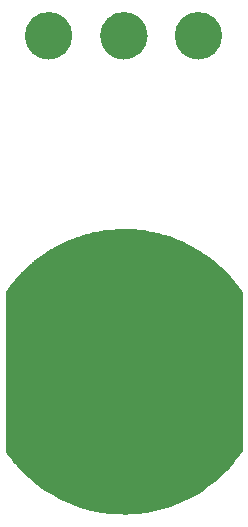
<source format=gbr>
G04 #@! TF.GenerationSoftware,KiCad,Pcbnew,(5.0.0)*
G04 #@! TF.CreationDate,2019-01-08T20:34:23-08:00*
G04 #@! TF.ProjectId,ears_panel,656172735F70616E656C2E6B69636164,rev?*
G04 #@! TF.SameCoordinates,Original*
G04 #@! TF.FileFunction,Soldermask,Bot*
G04 #@! TF.FilePolarity,Negative*
%FSLAX46Y46*%
G04 Gerber Fmt 4.6, Leading zero omitted, Abs format (unit mm)*
G04 Created by KiCad (PCBNEW (5.0.0)) date 01/08/19 20:34:23*
%MOMM*%
%LPD*%
G01*
G04 APERTURE LIST*
%ADD10C,0.150000*%
%ADD11C,2.000000*%
G04 APERTURE END LIST*
D10*
G36*
X138572240Y-145491200D02*
X138577320Y-132008880D01*
X138587480Y-131993640D01*
X138607800Y-131958080D01*
X138623040Y-131942840D01*
X138633200Y-131922520D01*
X138648440Y-131907280D01*
X138653520Y-131897120D01*
X138663680Y-131881880D01*
X138678920Y-131861560D01*
X138689080Y-131846320D01*
X138699240Y-131831080D01*
X138709400Y-131815840D01*
X138724640Y-131795520D01*
X138734800Y-131780280D01*
X138750040Y-131759960D01*
X138765280Y-131739640D01*
X138780520Y-131719320D01*
X138790680Y-131704080D01*
X138811000Y-131673600D01*
X138826240Y-131653280D01*
X138846560Y-131627880D01*
X138866880Y-131597400D01*
X138882120Y-131577080D01*
X138902440Y-131551680D01*
X138932920Y-131511040D01*
X138968480Y-131465320D01*
X139004040Y-131419600D01*
X139044680Y-131363720D01*
X139065000Y-131338320D01*
X139110720Y-131282440D01*
X139146280Y-131236720D01*
X139176760Y-131201160D01*
X139232640Y-131130040D01*
X139268200Y-131089400D01*
X139319000Y-131028440D01*
X139364720Y-130972560D01*
X139425680Y-130901440D01*
X139476480Y-130845560D01*
X139527280Y-130784600D01*
X139603480Y-130703320D01*
X139644120Y-130657600D01*
X139684760Y-130611880D01*
X139740640Y-130550920D01*
X139781280Y-130510280D01*
X139842240Y-130444240D01*
X139887960Y-130398520D01*
X139959080Y-130327400D01*
X139989560Y-130291840D01*
X140025120Y-130261360D01*
X140050520Y-130235960D01*
X140070840Y-130215640D01*
X140101320Y-130185160D01*
X140131800Y-130154680D01*
X140172440Y-130114040D01*
X140213080Y-130073400D01*
X140253720Y-130037840D01*
X140294360Y-129997200D01*
X140345160Y-129951480D01*
X140390880Y-129910840D01*
X140426440Y-129875280D01*
X140472160Y-129834640D01*
X140507720Y-129804160D01*
X140553440Y-129763520D01*
X140599160Y-129722880D01*
X140639800Y-129687320D01*
X140675360Y-129656840D01*
X140710920Y-129626360D01*
X140751560Y-129590800D01*
X140776960Y-129570480D01*
X140817600Y-129534920D01*
X140878560Y-129484120D01*
X141234160Y-129204720D01*
X141406880Y-129077720D01*
X141538960Y-128981200D01*
X141737080Y-128844040D01*
X141843760Y-128767840D01*
X141986000Y-128676400D01*
X142158720Y-128564640D01*
X142372080Y-128437640D01*
X142483840Y-128371600D01*
X142646400Y-128280160D01*
X142753080Y-128219200D01*
X142849600Y-128168400D01*
X142925800Y-128127760D01*
X143027400Y-128076960D01*
X143144240Y-128016000D01*
X143266160Y-127955040D01*
X143367760Y-127909320D01*
X143520160Y-127838200D01*
X143667480Y-127772160D01*
X143804640Y-127711200D01*
X143921480Y-127660400D01*
X144007840Y-127629920D01*
X144078960Y-127599440D01*
X144170400Y-127563880D01*
X144292320Y-127518160D01*
X144368520Y-127487680D01*
X144470120Y-127452120D01*
X144551400Y-127421640D01*
X144653000Y-127391160D01*
X144749520Y-127355600D01*
X144886680Y-127309880D01*
X145094960Y-127248920D01*
X145323560Y-127182880D01*
X145491200Y-127137160D01*
X145719800Y-127081280D01*
X145917920Y-127035560D01*
X146034760Y-127005080D01*
X146222720Y-126974600D01*
X146522440Y-126918720D01*
X146878040Y-126862840D01*
X147213320Y-126822200D01*
X147574000Y-126791720D01*
X147868640Y-126771400D01*
X148259800Y-126756160D01*
X148579840Y-126751080D01*
X148945600Y-126761240D01*
X149362160Y-126786640D01*
X149733000Y-126817120D01*
X149920960Y-126837440D01*
X150215600Y-126873000D01*
X150423880Y-126908560D01*
X150743920Y-126964440D01*
X150962360Y-127010160D01*
X151251920Y-127071120D01*
X151424640Y-127116840D01*
X151607520Y-127162560D01*
X151800560Y-127213360D01*
X151998680Y-127274320D01*
X152273000Y-127360680D01*
X152521920Y-127447040D01*
X152740360Y-127528320D01*
X152908000Y-127589280D01*
X153101040Y-127670560D01*
X153314400Y-127762000D01*
X153405840Y-127802640D01*
X153558240Y-127868680D01*
X153680160Y-127929640D01*
X153807160Y-127990600D01*
X154005280Y-128092200D01*
X154183080Y-128183640D01*
X154437080Y-128325880D01*
X154625040Y-128432560D01*
X154797760Y-128539240D01*
X154914600Y-128610360D01*
X155112720Y-128737360D01*
X155270200Y-128849120D01*
X155529280Y-129026920D01*
X155666440Y-129128520D01*
X155869640Y-129280920D01*
X156098240Y-129463800D01*
X156245560Y-129585720D01*
X156951680Y-130230880D01*
X157363160Y-130662680D01*
X157683200Y-131023360D01*
X158064200Y-131516120D01*
X158287720Y-131815840D01*
X158470600Y-132080000D01*
X158470600Y-145450560D01*
X158135320Y-145912840D01*
X157927040Y-146177000D01*
X157703520Y-146446240D01*
X157490160Y-146695160D01*
X157266640Y-146959320D01*
X157063440Y-147172680D01*
X156860240Y-147360640D01*
X156636720Y-147574000D01*
X156260800Y-147883880D01*
X155940760Y-148168360D01*
X155554680Y-148463000D01*
X155183840Y-148732240D01*
X154899360Y-148910040D01*
X154645360Y-149067520D01*
X154310080Y-149255480D01*
X153990040Y-149423120D01*
X153614120Y-149621240D01*
X153253440Y-149783800D01*
X152984200Y-149895560D01*
X152623520Y-150022560D01*
X152151080Y-150190200D01*
X151775160Y-150312120D01*
X151455120Y-150393400D01*
X151058880Y-150479760D01*
X150799800Y-150535640D01*
X150469600Y-150596600D01*
X150180040Y-150637240D01*
X149824440Y-150677880D01*
X149545040Y-150708360D01*
X148996400Y-150743920D01*
X148656040Y-150754080D01*
X148214080Y-150749000D01*
X147812760Y-150738840D01*
X147563840Y-150718520D01*
X147396200Y-150708360D01*
X147111720Y-150677880D01*
X146827240Y-150637240D01*
X146517360Y-150586440D01*
X146278600Y-150545800D01*
X145724880Y-150428960D01*
X145120360Y-150271480D01*
X144592040Y-150098760D01*
X144185640Y-149951440D01*
X143804640Y-149799040D01*
X143154400Y-149499320D01*
X142453360Y-149123400D01*
X141980920Y-148828760D01*
X141503400Y-148508720D01*
X141081760Y-148178520D01*
X140756640Y-147929600D01*
X140329920Y-147548600D01*
X139903200Y-147126960D01*
X139552680Y-146751040D01*
X139395200Y-146573240D01*
X139222480Y-146364960D01*
X138983720Y-146060160D01*
X138760200Y-145760440D01*
X138628120Y-145572480D01*
X138572240Y-145496280D01*
X138572240Y-145491200D01*
G37*
X138572240Y-145491200D02*
X138577320Y-132008880D01*
X138587480Y-131993640D01*
X138607800Y-131958080D01*
X138623040Y-131942840D01*
X138633200Y-131922520D01*
X138648440Y-131907280D01*
X138653520Y-131897120D01*
X138663680Y-131881880D01*
X138678920Y-131861560D01*
X138689080Y-131846320D01*
X138699240Y-131831080D01*
X138709400Y-131815840D01*
X138724640Y-131795520D01*
X138734800Y-131780280D01*
X138750040Y-131759960D01*
X138765280Y-131739640D01*
X138780520Y-131719320D01*
X138790680Y-131704080D01*
X138811000Y-131673600D01*
X138826240Y-131653280D01*
X138846560Y-131627880D01*
X138866880Y-131597400D01*
X138882120Y-131577080D01*
X138902440Y-131551680D01*
X138932920Y-131511040D01*
X138968480Y-131465320D01*
X139004040Y-131419600D01*
X139044680Y-131363720D01*
X139065000Y-131338320D01*
X139110720Y-131282440D01*
X139146280Y-131236720D01*
X139176760Y-131201160D01*
X139232640Y-131130040D01*
X139268200Y-131089400D01*
X139319000Y-131028440D01*
X139364720Y-130972560D01*
X139425680Y-130901440D01*
X139476480Y-130845560D01*
X139527280Y-130784600D01*
X139603480Y-130703320D01*
X139644120Y-130657600D01*
X139684760Y-130611880D01*
X139740640Y-130550920D01*
X139781280Y-130510280D01*
X139842240Y-130444240D01*
X139887960Y-130398520D01*
X139959080Y-130327400D01*
X139989560Y-130291840D01*
X140025120Y-130261360D01*
X140050520Y-130235960D01*
X140070840Y-130215640D01*
X140101320Y-130185160D01*
X140131800Y-130154680D01*
X140172440Y-130114040D01*
X140213080Y-130073400D01*
X140253720Y-130037840D01*
X140294360Y-129997200D01*
X140345160Y-129951480D01*
X140390880Y-129910840D01*
X140426440Y-129875280D01*
X140472160Y-129834640D01*
X140507720Y-129804160D01*
X140553440Y-129763520D01*
X140599160Y-129722880D01*
X140639800Y-129687320D01*
X140675360Y-129656840D01*
X140710920Y-129626360D01*
X140751560Y-129590800D01*
X140776960Y-129570480D01*
X140817600Y-129534920D01*
X140878560Y-129484120D01*
X141234160Y-129204720D01*
X141406880Y-129077720D01*
X141538960Y-128981200D01*
X141737080Y-128844040D01*
X141843760Y-128767840D01*
X141986000Y-128676400D01*
X142158720Y-128564640D01*
X142372080Y-128437640D01*
X142483840Y-128371600D01*
X142646400Y-128280160D01*
X142753080Y-128219200D01*
X142849600Y-128168400D01*
X142925800Y-128127760D01*
X143027400Y-128076960D01*
X143144240Y-128016000D01*
X143266160Y-127955040D01*
X143367760Y-127909320D01*
X143520160Y-127838200D01*
X143667480Y-127772160D01*
X143804640Y-127711200D01*
X143921480Y-127660400D01*
X144007840Y-127629920D01*
X144078960Y-127599440D01*
X144170400Y-127563880D01*
X144292320Y-127518160D01*
X144368520Y-127487680D01*
X144470120Y-127452120D01*
X144551400Y-127421640D01*
X144653000Y-127391160D01*
X144749520Y-127355600D01*
X144886680Y-127309880D01*
X145094960Y-127248920D01*
X145323560Y-127182880D01*
X145491200Y-127137160D01*
X145719800Y-127081280D01*
X145917920Y-127035560D01*
X146034760Y-127005080D01*
X146222720Y-126974600D01*
X146522440Y-126918720D01*
X146878040Y-126862840D01*
X147213320Y-126822200D01*
X147574000Y-126791720D01*
X147868640Y-126771400D01*
X148259800Y-126756160D01*
X148579840Y-126751080D01*
X148945600Y-126761240D01*
X149362160Y-126786640D01*
X149733000Y-126817120D01*
X149920960Y-126837440D01*
X150215600Y-126873000D01*
X150423880Y-126908560D01*
X150743920Y-126964440D01*
X150962360Y-127010160D01*
X151251920Y-127071120D01*
X151424640Y-127116840D01*
X151607520Y-127162560D01*
X151800560Y-127213360D01*
X151998680Y-127274320D01*
X152273000Y-127360680D01*
X152521920Y-127447040D01*
X152740360Y-127528320D01*
X152908000Y-127589280D01*
X153101040Y-127670560D01*
X153314400Y-127762000D01*
X153405840Y-127802640D01*
X153558240Y-127868680D01*
X153680160Y-127929640D01*
X153807160Y-127990600D01*
X154005280Y-128092200D01*
X154183080Y-128183640D01*
X154437080Y-128325880D01*
X154625040Y-128432560D01*
X154797760Y-128539240D01*
X154914600Y-128610360D01*
X155112720Y-128737360D01*
X155270200Y-128849120D01*
X155529280Y-129026920D01*
X155666440Y-129128520D01*
X155869640Y-129280920D01*
X156098240Y-129463800D01*
X156245560Y-129585720D01*
X156951680Y-130230880D01*
X157363160Y-130662680D01*
X157683200Y-131023360D01*
X158064200Y-131516120D01*
X158287720Y-131815840D01*
X158470600Y-132080000D01*
X158470600Y-145450560D01*
X158135320Y-145912840D01*
X157927040Y-146177000D01*
X157703520Y-146446240D01*
X157490160Y-146695160D01*
X157266640Y-146959320D01*
X157063440Y-147172680D01*
X156860240Y-147360640D01*
X156636720Y-147574000D01*
X156260800Y-147883880D01*
X155940760Y-148168360D01*
X155554680Y-148463000D01*
X155183840Y-148732240D01*
X154899360Y-148910040D01*
X154645360Y-149067520D01*
X154310080Y-149255480D01*
X153990040Y-149423120D01*
X153614120Y-149621240D01*
X153253440Y-149783800D01*
X152984200Y-149895560D01*
X152623520Y-150022560D01*
X152151080Y-150190200D01*
X151775160Y-150312120D01*
X151455120Y-150393400D01*
X151058880Y-150479760D01*
X150799800Y-150535640D01*
X150469600Y-150596600D01*
X150180040Y-150637240D01*
X149824440Y-150677880D01*
X149545040Y-150708360D01*
X148996400Y-150743920D01*
X148656040Y-150754080D01*
X148214080Y-150749000D01*
X147812760Y-150738840D01*
X147563840Y-150718520D01*
X147396200Y-150708360D01*
X147111720Y-150677880D01*
X146827240Y-150637240D01*
X146517360Y-150586440D01*
X146278600Y-150545800D01*
X145724880Y-150428960D01*
X145120360Y-150271480D01*
X144592040Y-150098760D01*
X144185640Y-149951440D01*
X143804640Y-149799040D01*
X143154400Y-149499320D01*
X142453360Y-149123400D01*
X141980920Y-148828760D01*
X141503400Y-148508720D01*
X141081760Y-148178520D01*
X140756640Y-147929600D01*
X140329920Y-147548600D01*
X139903200Y-147126960D01*
X139552680Y-146751040D01*
X139395200Y-146573240D01*
X139222480Y-146364960D01*
X138983720Y-146060160D01*
X138760200Y-145760440D01*
X138628120Y-145572480D01*
X138572240Y-145496280D01*
X138572240Y-145491200D01*
D11*
X149479900Y-110303600D02*
G75*
G03X149479900Y-110303600I-1000000J0D01*
G01*
X143108900Y-110303600D02*
G75*
G03X143108900Y-110303600I-1000000J0D01*
G01*
X155793400Y-110303600D02*
G75*
G03X155793400Y-110303600I-1000000J0D01*
G01*
M02*

</source>
